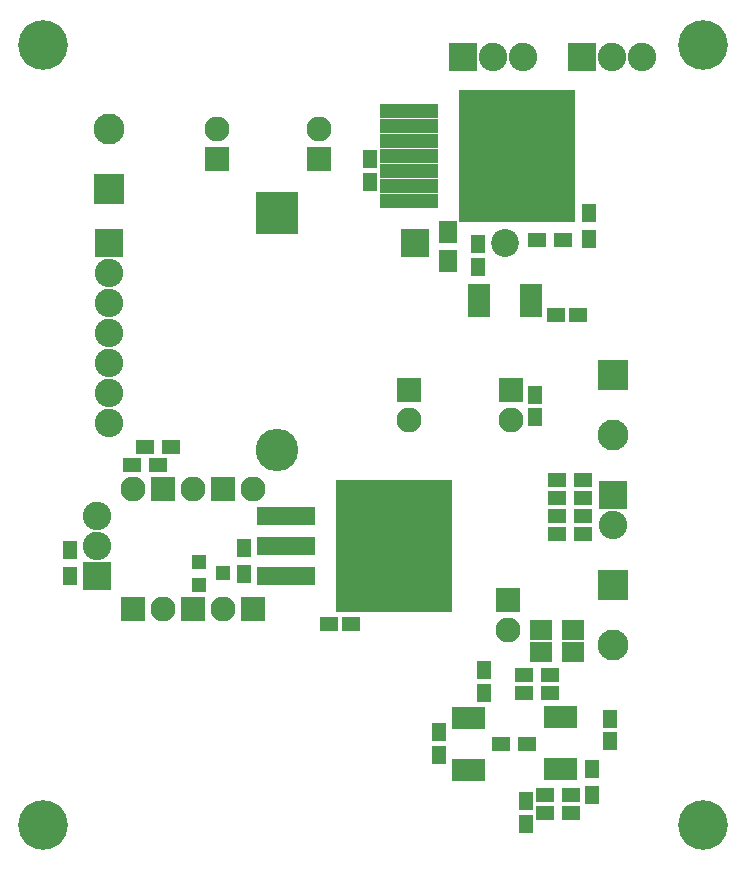
<source format=gbr>
G04 #@! TF.GenerationSoftware,KiCad,Pcbnew,(5.0.0)*
G04 #@! TF.CreationDate,2018-10-20T16:06:51+08:00*
G04 #@! TF.ProjectId,PSU 4CH V1,505355203443482056312E6B69636164,rev?*
G04 #@! TF.SameCoordinates,Original*
G04 #@! TF.FileFunction,Soldermask,Bot*
G04 #@! TF.FilePolarity,Negative*
%FSLAX46Y46*%
G04 Gerber Fmt 4.6, Leading zero omitted, Abs format (unit mm)*
G04 Created by KiCad (PCBNEW (5.0.0)) date 10/20/18 16:06:51*
%MOMM*%
%LPD*%
G01*
G04 APERTURE LIST*
%ADD10C,4.200000*%
%ADD11R,1.150000X1.600000*%
%ADD12R,1.600000X1.150000*%
%ADD13C,2.116000*%
%ADD14R,2.116000X2.116000*%
%ADD15R,1.650000X1.900000*%
%ADD16O,3.600000X3.600000*%
%ADD17R,3.600000X3.600000*%
%ADD18C,2.616000*%
%ADD19R,2.616000X2.616000*%
%ADD20C,2.416000*%
%ADD21R,2.416000X2.416000*%
%ADD22C,2.362000*%
%ADD23R,2.362000X2.362000*%
%ADD24R,1.300000X1.200000*%
%ADD25R,1.600000X1.300000*%
%ADD26R,1.300000X1.600000*%
%ADD27R,1.900000X1.700000*%
%ADD28R,0.850000X1.850000*%
%ADD29R,1.850000X0.850000*%
%ADD30R,9.800000X11.200000*%
%ADD31R,5.000000X1.200000*%
%ADD32R,5.000000X1.500000*%
G04 APERTURE END LIST*
D10*
G04 #@! TO.C,REF\002A\002A*
X154940000Y-86360000D03*
G04 #@! TD*
G04 #@! TO.C,REF\002A\002A*
X99060000Y-86360000D03*
G04 #@! TD*
G04 #@! TO.C,REF\002A\002A*
X99060000Y-152400000D03*
G04 #@! TD*
D11*
G04 #@! TO.C,C1*
X132588000Y-144526000D03*
X132588000Y-146426000D03*
G04 #@! TD*
G04 #@! TO.C,C2*
X139954000Y-150368000D03*
X139954000Y-152268000D03*
G04 #@! TD*
G04 #@! TO.C,C3*
X135890000Y-103190000D03*
X135890000Y-105090000D03*
G04 #@! TD*
G04 #@! TO.C,C4*
X136398000Y-141158000D03*
X136398000Y-139258000D03*
G04 #@! TD*
G04 #@! TO.C,C5*
X147066000Y-145288000D03*
X147066000Y-143388000D03*
G04 #@! TD*
D12*
G04 #@! TO.C,C6*
X142494000Y-109220000D03*
X144394000Y-109220000D03*
G04 #@! TD*
G04 #@! TO.C,C7*
X125212000Y-135382000D03*
X123312000Y-135382000D03*
G04 #@! TD*
D11*
G04 #@! TO.C,C8*
X126746000Y-96012000D03*
X126746000Y-97912000D03*
G04 #@! TD*
D13*
G04 #@! TO.C,C9*
X113792000Y-93472000D03*
D14*
X113792000Y-96012000D03*
G04 #@! TD*
G04 #@! TO.C,C10*
X122428000Y-96012000D03*
D13*
X122428000Y-93472000D03*
G04 #@! TD*
D15*
G04 #@! TO.C,C11*
X133350000Y-102148000D03*
X133350000Y-104648000D03*
G04 #@! TD*
D13*
G04 #@! TO.C,C12*
X138684000Y-118110000D03*
D14*
X138684000Y-115570000D03*
G04 #@! TD*
D13*
G04 #@! TO.C,C13*
X130048000Y-118110000D03*
D14*
X130048000Y-115570000D03*
G04 #@! TD*
D11*
G04 #@! TO.C,C14*
X140716000Y-115956000D03*
X140716000Y-117856000D03*
G04 #@! TD*
D14*
G04 #@! TO.C,C15*
X138430000Y-133350000D03*
D13*
X138430000Y-135890000D03*
G04 #@! TD*
G04 #@! TO.C,D1*
X106680000Y-123952000D03*
D14*
X106677460Y-134111480D03*
G04 #@! TD*
D13*
G04 #@! TO.C,D2*
X109220000Y-134112000D03*
D14*
X109222540Y-123952520D03*
G04 #@! TD*
G04 #@! TO.C,D3*
X111757460Y-134111480D03*
D13*
X111760000Y-123952000D03*
G04 #@! TD*
G04 #@! TO.C,D4*
X114300000Y-134112000D03*
D14*
X114302540Y-123952520D03*
G04 #@! TD*
G04 #@! TO.C,D5*
X116837460Y-134111480D03*
D13*
X116840000Y-123952000D03*
G04 #@! TD*
D16*
G04 #@! TO.C,D6*
X118872000Y-120584000D03*
D17*
X118872000Y-100584000D03*
G04 #@! TD*
D18*
G04 #@! TO.C,J2*
X147320000Y-137160000D03*
D19*
X147320000Y-132080000D03*
G04 #@! TD*
D20*
G04 #@! TO.C,J3*
X147320000Y-127000000D03*
D21*
X147320000Y-124460000D03*
G04 #@! TD*
D19*
G04 #@! TO.C,J4*
X147320000Y-114300000D03*
D18*
X147320000Y-119380000D03*
G04 #@! TD*
D20*
G04 #@! TO.C,J5*
X103632000Y-126238000D03*
X103632000Y-128778000D03*
D21*
X103632000Y-131318000D03*
G04 #@! TD*
D22*
G04 #@! TO.C,L1*
X138176000Y-103124000D03*
D23*
X130556000Y-103124000D03*
G04 #@! TD*
D24*
G04 #@! TO.C,Q1*
X114300000Y-131064000D03*
X112300000Y-130114000D03*
X112300000Y-132014000D03*
G04 #@! TD*
D25*
G04 #@! TO.C,R1*
X140886000Y-102870000D03*
X143086000Y-102870000D03*
G04 #@! TD*
D26*
G04 #@! TO.C,R2*
X145288000Y-100543000D03*
X145288000Y-102743000D03*
G04 #@! TD*
G04 #@! TO.C,R3*
X116078000Y-128948000D03*
X116078000Y-131148000D03*
G04 #@! TD*
D25*
G04 #@! TO.C,R4*
X142580000Y-123190000D03*
X144780000Y-123190000D03*
G04 #@! TD*
G04 #@! TO.C,R5*
X144780000Y-124714000D03*
X142580000Y-124714000D03*
G04 #@! TD*
G04 #@! TO.C,R6*
X144780000Y-126238000D03*
X142580000Y-126238000D03*
G04 #@! TD*
G04 #@! TO.C,R7*
X142580000Y-127762000D03*
X144780000Y-127762000D03*
G04 #@! TD*
G04 #@! TO.C,R8*
X137838000Y-145542000D03*
X140038000Y-145542000D03*
G04 #@! TD*
D26*
G04 #@! TO.C,R9*
X145542000Y-147660000D03*
X145542000Y-149860000D03*
G04 #@! TD*
D25*
G04 #@! TO.C,R10*
X143764000Y-151384000D03*
X141564000Y-151384000D03*
G04 #@! TD*
G04 #@! TO.C,R11*
X143764000Y-149860000D03*
X141564000Y-149860000D03*
G04 #@! TD*
D27*
G04 #@! TO.C,R12*
X141249999Y-137705999D03*
X143949999Y-137705999D03*
G04 #@! TD*
G04 #@! TO.C,R13*
X143949999Y-135825999D03*
X141249999Y-135825999D03*
G04 #@! TD*
D25*
G04 #@! TO.C,R14*
X141986000Y-141224000D03*
X139786000Y-141224000D03*
G04 #@! TD*
G04 #@! TO.C,R15*
X141986000Y-139700000D03*
X139786000Y-139700000D03*
G04 #@! TD*
D26*
G04 #@! TO.C,R16*
X101346000Y-129118000D03*
X101346000Y-131318000D03*
G04 #@! TD*
D25*
G04 #@! TO.C,R17*
X107696000Y-120396000D03*
X109896000Y-120396000D03*
G04 #@! TD*
G04 #@! TO.C,R18*
X108796000Y-121920000D03*
X106596000Y-121920000D03*
G04 #@! TD*
D28*
G04 #@! TO.C,U1*
X134153000Y-147742000D03*
X134803000Y-147742000D03*
X135453000Y-147742000D03*
X136103000Y-147742000D03*
X136103000Y-143342000D03*
X135453000Y-143342000D03*
X134803000Y-143342000D03*
X134153000Y-143342000D03*
G04 #@! TD*
G04 #@! TO.C,U2*
X141956000Y-147656000D03*
X142606000Y-147656000D03*
X143256000Y-147656000D03*
X143906000Y-147656000D03*
X143906000Y-143256000D03*
X143256000Y-143256000D03*
X142606000Y-143256000D03*
X141956000Y-143256000D03*
G04 #@! TD*
D29*
G04 #@! TO.C,U3*
X140376000Y-106975000D03*
X140376000Y-107625000D03*
X140376000Y-108275000D03*
X140376000Y-108925000D03*
X135976000Y-108925000D03*
X135976000Y-108275000D03*
X135976000Y-107625000D03*
X135976000Y-106975000D03*
G04 #@! TD*
D30*
G04 #@! TO.C,U4*
X139265000Y-95758000D03*
D31*
X130115000Y-91948000D03*
X130115000Y-93218000D03*
X130115000Y-94488000D03*
X130115000Y-95758000D03*
X130115000Y-97028000D03*
X130115000Y-98298000D03*
X130115000Y-99568000D03*
G04 #@! TD*
D30*
G04 #@! TO.C,U5*
X128851000Y-128778000D03*
D32*
X119701000Y-126238000D03*
X119701000Y-128778000D03*
X119701000Y-131318000D03*
G04 #@! TD*
D21*
G04 #@! TO.C,DAC1*
X144729200Y-87376000D03*
D20*
X147269200Y-87376000D03*
X149809200Y-87376000D03*
G04 #@! TD*
G04 #@! TO.C,DAC2*
X139700000Y-87376000D03*
X137160000Y-87376000D03*
D21*
X134620000Y-87376000D03*
G04 #@! TD*
D20*
G04 #@! TO.C,J1*
X104648000Y-118364000D03*
X104648000Y-115824000D03*
X104648000Y-113284000D03*
X104648000Y-110744000D03*
X104648000Y-108204000D03*
X104648000Y-105664000D03*
D21*
X104648000Y-103124000D03*
G04 #@! TD*
D18*
G04 #@! TO.C,J6*
X104648000Y-93472000D03*
D19*
X104648000Y-98552000D03*
G04 #@! TD*
D10*
G04 #@! TO.C,REF\002A\002A*
X154940000Y-152400000D03*
G04 #@! TD*
M02*

</source>
